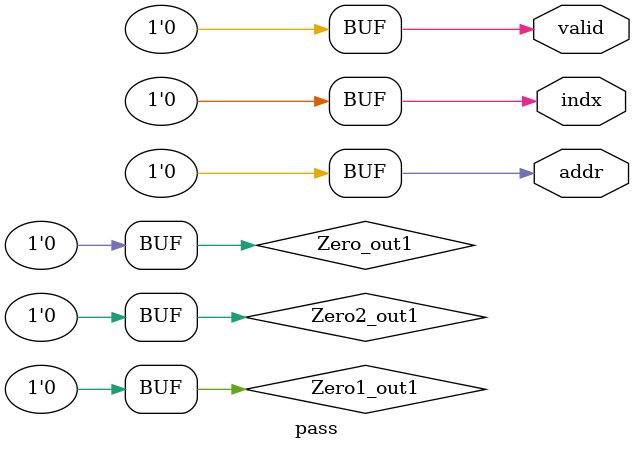
<source format=v>



`timescale 1 ns / 1 ns

module pass
          (indx,
           addr,
           valid);


  output  indx;  // ufix1
  output  addr;  // ufix1
  output  valid;  // ufix1


  wire Zero1_out1;  // ufix1
  wire Zero2_out1;  // ufix1
  wire Zero_out1;  // ufix1


  assign Zero1_out1 = 1'b0;



  assign indx = Zero1_out1;

  assign Zero2_out1 = 1'b0;



  assign addr = Zero2_out1;

  assign Zero_out1 = 1'b0;



  assign valid = Zero_out1;

endmodule  // pass


</source>
